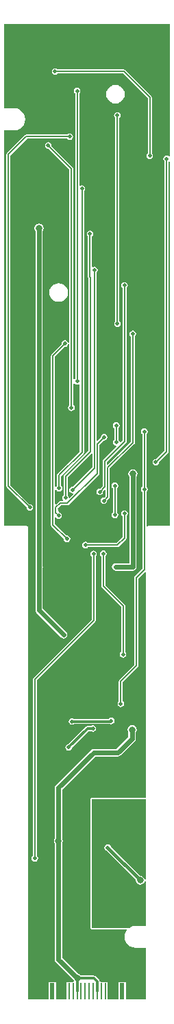
<source format=gbl>
%FSLAX25Y25*%
%MOIN*%
G70*
G01*
G75*
G04 Layer_Physical_Order=2*
G04 Layer_Color=16711680*
%ADD10C,0.05906*%
%ADD11R,0.02362X0.02756*%
%ADD12R,0.02756X0.02362*%
%ADD13R,0.03150X0.03937*%
%ADD14R,0.03937X0.03150*%
%ADD15R,0.02559X0.02165*%
%ADD16R,0.02165X0.02559*%
%ADD17R,0.03543X0.03150*%
%ADD18R,0.03543X0.03150*%
%ADD19R,0.01575X0.03937*%
%ADD20O,0.01181X0.07874*%
%ADD21R,0.01181X0.07874*%
%ADD22R,0.02362X0.07874*%
%ADD23R,0.01063X0.07874*%
%ADD24R,0.05118X0.05118*%
%ADD25R,0.00787X0.02362*%
%ADD26R,0.00787X0.03150*%
%ADD27R,0.02362X0.00787*%
%ADD28R,0.03150X0.00787*%
%ADD29R,0.05118X0.15748*%
%ADD30R,0.06299X0.07480*%
%ADD31R,0.02756X0.13386*%
%ADD32R,0.02756X0.06102*%
%ADD33R,0.07874X0.10000*%
%ADD34R,0.07480X0.06299*%
%ADD35R,0.13386X0.02756*%
%ADD36R,0.03150X0.02559*%
%ADD37R,0.03150X0.03543*%
%ADD38R,0.03150X0.03543*%
%ADD39C,0.01575*%
%ADD40C,0.01000*%
%ADD41C,0.02362*%
%ADD42C,0.00787*%
%ADD43C,0.01181*%
%ADD44C,0.01969*%
%ADD45C,0.03150*%
G36*
X69863Y-416834D02*
X69365Y-416883D01*
X69292Y-416515D01*
X68813Y-415799D01*
X68097Y-415320D01*
X67252Y-415152D01*
X67068Y-415189D01*
X52891Y-401012D01*
X52861Y-400862D01*
X52513Y-400341D01*
X51992Y-399993D01*
X51378Y-399871D01*
X50763Y-399993D01*
X50243Y-400341D01*
X49894Y-400862D01*
X49772Y-401476D01*
X49894Y-402091D01*
X50243Y-402612D01*
X50763Y-402960D01*
X50890Y-402985D01*
X65081Y-417176D01*
X65044Y-417360D01*
X65213Y-418205D01*
X65691Y-418921D01*
X66407Y-419400D01*
X67252Y-419568D01*
X68097Y-419400D01*
X68813Y-418921D01*
X69292Y-418205D01*
X69365Y-417837D01*
X69863Y-417886D01*
Y-439548D01*
X64961D01*
Y-439521D01*
X63573Y-439704D01*
X62280Y-440239D01*
X61874Y-440551D01*
X43504D01*
Y-377953D01*
X69863D01*
Y-416834D01*
D02*
G37*
G36*
X81674Y-64995D02*
X81214Y-65302D01*
X80693Y-64954D01*
X80079Y-64831D01*
X79464Y-64954D01*
X78943Y-65302D01*
X78595Y-65823D01*
X78473Y-66437D01*
X78595Y-67052D01*
X78943Y-67572D01*
X79075Y-67660D01*
Y-208403D01*
X74996Y-212483D01*
X74810Y-212446D01*
X74195Y-212568D01*
X73675Y-212916D01*
X73327Y-213437D01*
X73204Y-214052D01*
X73327Y-214666D01*
X73675Y-215187D01*
X74195Y-215535D01*
X74810Y-215657D01*
X75424Y-215535D01*
X75945Y-215187D01*
X76293Y-214666D01*
X76416Y-214052D01*
X76391Y-213926D01*
X80788Y-209528D01*
X81006Y-209203D01*
X81082Y-208819D01*
X81082Y-208819D01*
X81082Y-208819D01*
Y-208819D01*
Y-68015D01*
X81523Y-67779D01*
X81674Y-67879D01*
Y-245060D01*
X70866D01*
X70642Y-245104D01*
X70256Y-244787D01*
Y-228428D01*
X70387Y-228340D01*
X70735Y-227819D01*
X70858Y-227205D01*
X70735Y-226590D01*
X70387Y-226069D01*
X70256Y-225981D01*
Y-200397D01*
X70387Y-200309D01*
X70735Y-199788D01*
X70858Y-199173D01*
X70735Y-198559D01*
X70387Y-198038D01*
X69866Y-197690D01*
X69252Y-197568D01*
X68638Y-197690D01*
X68117Y-198038D01*
X67769Y-198559D01*
X67646Y-199173D01*
X67769Y-199788D01*
X68117Y-200309D01*
X68248Y-200397D01*
Y-225981D01*
X68117Y-226069D01*
X67769Y-226590D01*
X67646Y-227205D01*
X67769Y-227819D01*
X68117Y-228340D01*
X68248Y-228428D01*
Y-265765D01*
X64645Y-269369D01*
X64427Y-269695D01*
X64351Y-270079D01*
X64351Y-270079D01*
X64351D01*
X64351Y-270079D01*
X64351D01*
Y-312478D01*
X57066Y-319763D01*
X56849Y-320088D01*
X56772Y-320472D01*
X56772Y-320472D01*
X56772D01*
X56772Y-320472D01*
X56772D01*
Y-330273D01*
X56640Y-330361D01*
X56292Y-330882D01*
X56170Y-331496D01*
X56292Y-332111D01*
X56640Y-332631D01*
X57161Y-332979D01*
X57776Y-333102D01*
X58390Y-332979D01*
X58911Y-332631D01*
X59259Y-332111D01*
X59381Y-331496D01*
X59259Y-330882D01*
X58911Y-330361D01*
X58779Y-330273D01*
Y-320888D01*
X66064Y-313603D01*
X66281Y-313278D01*
X66358Y-312894D01*
X66358Y-312894D01*
X66358Y-312894D01*
Y-312894D01*
Y-270494D01*
X69401Y-267452D01*
X69863Y-267643D01*
Y-377313D01*
X43504D01*
X43052Y-377501D01*
X42865Y-377953D01*
Y-440551D01*
X43052Y-441003D01*
X43504Y-441190D01*
X60529D01*
X60750Y-441639D01*
X60318Y-442202D01*
X59782Y-443495D01*
X59600Y-444882D01*
X59782Y-446270D01*
X60318Y-447563D01*
X61170Y-448673D01*
X62280Y-449525D01*
X63573Y-450060D01*
X64961Y-450243D01*
Y-450216D01*
X69863D01*
Y-475375D01*
X60210D01*
Y-466812D01*
X56666D01*
Y-475375D01*
X51410D01*
Y-466812D01*
X48673D01*
X47556Y-466589D01*
X47464Y-466128D01*
X47203Y-465737D01*
X47203Y-465737D01*
X45496Y-464030D01*
X45105Y-463769D01*
X44644Y-463678D01*
X44644Y-463678D01*
X38360D01*
X38122Y-463321D01*
X37406Y-462842D01*
X36994Y-462760D01*
X29287Y-455053D01*
Y-399221D01*
X29480Y-398931D01*
X29648Y-398087D01*
X29480Y-397242D01*
X29287Y-396952D01*
Y-373110D01*
X45315Y-357082D01*
X56417D01*
X57109Y-356944D01*
X57695Y-356553D01*
X64565Y-349683D01*
X64956Y-349097D01*
X65094Y-348406D01*
Y-345289D01*
X65327Y-344939D01*
X65495Y-344094D01*
X65327Y-343250D01*
X64849Y-342533D01*
X64132Y-342055D01*
X63287Y-341887D01*
X62442Y-342055D01*
X61726Y-342533D01*
X61248Y-343250D01*
X61080Y-344094D01*
X61248Y-344939D01*
X61481Y-345289D01*
Y-347657D01*
X55669Y-353469D01*
X44567D01*
X43876Y-353607D01*
X43290Y-353998D01*
X26203Y-371085D01*
X25811Y-371671D01*
X25674Y-372362D01*
X25674Y-372362D01*
X25674D01*
X25674Y-372362D01*
X25674D01*
Y-396833D01*
X25401Y-397242D01*
X25233Y-398087D01*
X25401Y-398931D01*
X25674Y-399340D01*
Y-455801D01*
X25674Y-455801D01*
X25674D01*
X25811Y-456493D01*
X26203Y-457079D01*
X34439Y-465315D01*
X34521Y-465727D01*
X34952Y-466371D01*
X34716Y-466812D01*
X31450D01*
Y-475375D01*
X26194D01*
Y-466812D01*
X22650D01*
Y-475375D01*
X12815D01*
Y-246063D01*
X12738Y-245679D01*
X12521Y-245354D01*
X12195Y-245136D01*
X11811Y-245060D01*
X1003D01*
Y-52578D01*
X5906D01*
Y-52605D01*
X7293Y-52422D01*
X8586Y-51887D01*
X9696Y-51035D01*
X10548Y-49924D01*
X11084Y-48632D01*
X11266Y-47244D01*
X11084Y-45857D01*
X10548Y-44564D01*
X9696Y-43453D01*
X8586Y-42601D01*
X7293Y-42066D01*
X5906Y-41883D01*
Y-41910D01*
X1003D01*
Y-1003D01*
X81674D01*
Y-64995D01*
D02*
G37*
%LPC*%
G36*
X17992Y-98028D02*
X17147Y-98197D01*
X16431Y-98675D01*
X15952Y-99391D01*
X15784Y-100236D01*
X15952Y-101081D01*
X16186Y-101430D01*
Y-265015D01*
Y-286004D01*
X16186Y-286004D01*
X16186D01*
X16323Y-286695D01*
X16715Y-287281D01*
X28644Y-299210D01*
X29230Y-299602D01*
X29921Y-299739D01*
X30612Y-299602D01*
X31199Y-299210D01*
X31590Y-298624D01*
X31728Y-297933D01*
X31590Y-297242D01*
X31199Y-296656D01*
X19798Y-285256D01*
Y-265252D01*
X19838Y-265054D01*
X19798Y-264856D01*
Y-101430D01*
X20032Y-101081D01*
X20200Y-100236D01*
X20032Y-99391D01*
X19553Y-98675D01*
X18837Y-98197D01*
X17992Y-98028D01*
D02*
G37*
G36*
X63661Y-217452D02*
X62817Y-217620D01*
X62100Y-218098D01*
X61622Y-218814D01*
X61454Y-219659D01*
X61622Y-220504D01*
X61855Y-220853D01*
Y-263154D01*
X55197D01*
X54506Y-263292D01*
X53920Y-263683D01*
X53528Y-264269D01*
X53391Y-264961D01*
X53528Y-265652D01*
X53920Y-266238D01*
X54506Y-266630D01*
X55197Y-266767D01*
X63661D01*
X64353Y-266630D01*
X64939Y-266238D01*
X65330Y-265652D01*
X65468Y-264961D01*
Y-220853D01*
X65701Y-220504D01*
X65869Y-219659D01*
X65701Y-218814D01*
X65223Y-218098D01*
X64506Y-217620D01*
X63661Y-217452D01*
D02*
G37*
G36*
X59606Y-237410D02*
X58992Y-237532D01*
X58471Y-237880D01*
X58123Y-238401D01*
X58001Y-239016D01*
X58123Y-239630D01*
X58471Y-240151D01*
X58603Y-240239D01*
Y-250458D01*
X55734Y-253327D01*
X41775D01*
X41686Y-253195D01*
X41166Y-252847D01*
X40551Y-252725D01*
X39937Y-252847D01*
X39416Y-253195D01*
X39068Y-253716D01*
X38945Y-254331D01*
X39068Y-254945D01*
X39416Y-255466D01*
X39937Y-255814D01*
X40551Y-255936D01*
X41166Y-255814D01*
X41686Y-255466D01*
X41775Y-255334D01*
X56149D01*
X56533Y-255258D01*
X56859Y-255040D01*
X60316Y-251583D01*
X60461Y-251366D01*
X60533Y-251258D01*
X60610Y-250874D01*
Y-240239D01*
X60742Y-240151D01*
X61090Y-239630D01*
X61212Y-239016D01*
X61090Y-238401D01*
X60742Y-237880D01*
X60221Y-237532D01*
X59606Y-237410D01*
D02*
G37*
G36*
X49213Y-256938D02*
X48598Y-257060D01*
X48077Y-257408D01*
X47729Y-257929D01*
X47607Y-258543D01*
X47729Y-259158D01*
X48077Y-259679D01*
X48209Y-259767D01*
Y-274213D01*
X48209Y-274213D01*
X48209D01*
X48285Y-274597D01*
X48503Y-274922D01*
X57953Y-284372D01*
Y-306191D01*
X57723Y-306345D01*
X57375Y-306866D01*
X57253Y-307480D01*
X57375Y-308095D01*
X57723Y-308616D01*
X58244Y-308964D01*
X58858Y-309086D01*
X59473Y-308964D01*
X59994Y-308616D01*
X60342Y-308095D01*
X60464Y-307480D01*
X60342Y-306866D01*
X59994Y-306345D01*
X59960Y-306323D01*
Y-283963D01*
X59961Y-283958D01*
X59885Y-283574D01*
X59667Y-283248D01*
X59667Y-283248D01*
X50216Y-273797D01*
Y-259767D01*
X50348Y-259679D01*
X50696Y-259158D01*
X50818Y-258543D01*
X50696Y-257929D01*
X50348Y-257408D01*
X49827Y-257060D01*
X49213Y-256938D01*
D02*
G37*
G36*
X44488Y-256957D02*
X43874Y-257080D01*
X43353Y-257428D01*
X43005Y-257948D01*
X42882Y-258563D01*
X43005Y-259177D01*
X43353Y-259698D01*
X43485Y-259787D01*
Y-290529D01*
X15250Y-318763D01*
X15033Y-319089D01*
X14956Y-319473D01*
Y-405459D01*
X14825Y-405547D01*
X14477Y-406068D01*
X14354Y-406682D01*
X14477Y-407297D01*
X14825Y-407818D01*
X15346Y-408166D01*
X15960Y-408288D01*
X16575Y-408166D01*
X17095Y-407818D01*
X17443Y-407297D01*
X17566Y-406682D01*
X17443Y-406068D01*
X17095Y-405547D01*
X16963Y-405459D01*
Y-319889D01*
X45198Y-291654D01*
X45343Y-291437D01*
X45415Y-291329D01*
X45492Y-290945D01*
Y-259787D01*
X45624Y-259698D01*
X45972Y-259177D01*
X46094Y-258563D01*
X45972Y-257948D01*
X45624Y-257428D01*
X45103Y-257080D01*
X44488Y-256957D01*
D02*
G37*
G36*
X44201Y-341934D02*
X43586Y-342057D01*
X43169Y-342336D01*
X41499D01*
X41039Y-342427D01*
X40882Y-342532D01*
X40648Y-342688D01*
X40648Y-342688D01*
X32220Y-351116D01*
X31727Y-351214D01*
X31206Y-351562D01*
X30858Y-352083D01*
X30736Y-352698D01*
X30858Y-353312D01*
X31206Y-353833D01*
X31727Y-354181D01*
X32342Y-354303D01*
X32956Y-354181D01*
X33477Y-353833D01*
X33825Y-353312D01*
X33923Y-352819D01*
X41998Y-344744D01*
X43169D01*
X43586Y-345023D01*
X44201Y-345146D01*
X44815Y-345023D01*
X45336Y-344675D01*
X45684Y-344155D01*
X45807Y-343540D01*
X45684Y-342926D01*
X45336Y-342405D01*
X44815Y-342057D01*
X44201Y-341934D01*
D02*
G37*
G36*
X53059Y-338194D02*
X52445Y-338316D01*
X51924Y-338665D01*
X51771Y-338894D01*
X35042D01*
X34624Y-338614D01*
X34010Y-338492D01*
X33395Y-338614D01*
X32875Y-338962D01*
X32527Y-339483D01*
X32404Y-340098D01*
X32527Y-340712D01*
X32875Y-341233D01*
X33395Y-341581D01*
X34010Y-341704D01*
X34624Y-341581D01*
X35042Y-341302D01*
X52539D01*
X53059Y-341406D01*
X53674Y-341283D01*
X54194Y-340935D01*
X54543Y-340414D01*
X54665Y-339800D01*
X54543Y-339185D01*
X54194Y-338665D01*
X53674Y-338316D01*
X53059Y-338194D01*
D02*
G37*
G36*
X54921Y-223867D02*
X54307Y-223989D01*
X53786Y-224337D01*
X53438Y-224858D01*
X53316Y-225472D01*
X53438Y-226087D01*
X53786Y-226608D01*
X53918Y-226696D01*
Y-238383D01*
X53786Y-238471D01*
X53438Y-238992D01*
X53316Y-239606D01*
X53438Y-240221D01*
X53786Y-240742D01*
X54307Y-241090D01*
X54921Y-241212D01*
X55536Y-241090D01*
X56057Y-240742D01*
X56405Y-240221D01*
X56527Y-239606D01*
X56405Y-238992D01*
X56057Y-238471D01*
X55925Y-238383D01*
Y-226696D01*
X56057Y-226608D01*
X56405Y-226087D01*
X56527Y-225472D01*
X56405Y-224858D01*
X56057Y-224337D01*
X55536Y-223989D01*
X54921Y-223867D01*
D02*
G37*
G36*
X27559Y-126929D02*
X26377Y-127085D01*
X25276Y-127541D01*
X24330Y-128267D01*
X23604Y-129213D01*
X23148Y-130314D01*
X22992Y-131496D01*
X23148Y-132678D01*
X23604Y-133779D01*
X24330Y-134725D01*
X25276Y-135451D01*
X26377Y-135907D01*
X27559Y-136063D01*
X28741Y-135907D01*
X29842Y-135451D01*
X30788Y-134725D01*
X31514Y-133779D01*
X31970Y-132678D01*
X32126Y-131496D01*
X31970Y-130314D01*
X31514Y-129213D01*
X30788Y-128267D01*
X29842Y-127541D01*
X28741Y-127085D01*
X27559Y-126929D01*
D02*
G37*
G36*
X25789Y-22421D02*
X25175Y-22544D01*
X24654Y-22892D01*
X24306Y-23413D01*
X24184Y-24027D01*
X24306Y-24642D01*
X24654Y-25163D01*
X25175Y-25510D01*
X25789Y-25633D01*
X26404Y-25510D01*
X26925Y-25163D01*
X27013Y-25031D01*
X58848D01*
X70847Y-37030D01*
Y-63836D01*
X70715Y-63924D01*
X70367Y-64445D01*
X70245Y-65059D01*
X70367Y-65674D01*
X70715Y-66194D01*
X71236Y-66543D01*
X71850Y-66665D01*
X72465Y-66543D01*
X72986Y-66194D01*
X73334Y-65674D01*
X73456Y-65059D01*
X73334Y-64445D01*
X72986Y-63924D01*
X72854Y-63836D01*
Y-36614D01*
X72777Y-36230D01*
X72705Y-36122D01*
X72560Y-35905D01*
X59973Y-23317D01*
X59647Y-23100D01*
X59263Y-23024D01*
X27013D01*
X26925Y-22892D01*
X26404Y-22544D01*
X25789Y-22421D01*
D02*
G37*
G36*
X32913Y-54103D02*
X32299Y-54225D01*
X31778Y-54573D01*
X31690Y-54705D01*
X11772D01*
X11388Y-54782D01*
X11280Y-54854D01*
X11062Y-54999D01*
X2401Y-63661D01*
X2183Y-63986D01*
X2107Y-64370D01*
Y-225630D01*
X2107Y-225630D01*
X2107D01*
X2183Y-226014D01*
X2401Y-226340D01*
X11929Y-235868D01*
X11898Y-236024D01*
X12021Y-236638D01*
X12369Y-237159D01*
X12890Y-237507D01*
X13504Y-237629D01*
X14119Y-237507D01*
X14639Y-237159D01*
X14988Y-236638D01*
X15110Y-236024D01*
X14988Y-235409D01*
X14639Y-234888D01*
X14119Y-234540D01*
X13504Y-234418D01*
X13349Y-234449D01*
X4114Y-225214D01*
Y-64786D01*
X12187Y-56712D01*
X31690D01*
X31778Y-56844D01*
X32299Y-57192D01*
X32913Y-57314D01*
X33528Y-57192D01*
X34049Y-56844D01*
X34397Y-56323D01*
X34519Y-55709D01*
X34397Y-55094D01*
X34049Y-54573D01*
X33528Y-54225D01*
X32913Y-54103D01*
D02*
G37*
G36*
X56063Y-43768D02*
X55449Y-43891D01*
X54928Y-44239D01*
X54580Y-44760D01*
X54457Y-45374D01*
X54580Y-45989D01*
X54928Y-46509D01*
X55059Y-46597D01*
Y-123110D01*
X55097Y-123296D01*
Y-145476D01*
X54965Y-145565D01*
X54617Y-146086D01*
X54494Y-146700D01*
X54617Y-147315D01*
X54965Y-147835D01*
X55485Y-148183D01*
X56100Y-148306D01*
X56714Y-148183D01*
X57235Y-147835D01*
X57583Y-147315D01*
X57706Y-146700D01*
X57583Y-146086D01*
X57235Y-145565D01*
X57104Y-145476D01*
Y-123147D01*
X57067Y-122961D01*
Y-46597D01*
X57198Y-46509D01*
X57546Y-45989D01*
X57669Y-45374D01*
X57546Y-44760D01*
X57198Y-44239D01*
X56677Y-43891D01*
X56063Y-43768D01*
D02*
G37*
G36*
X55118Y-30473D02*
X53936Y-30628D01*
X52835Y-31085D01*
X51889Y-31810D01*
X51163Y-32756D01*
X50707Y-33858D01*
X50551Y-35039D01*
X50707Y-36221D01*
X51163Y-37323D01*
X51889Y-38269D01*
X52835Y-38994D01*
X53936Y-39450D01*
X55118Y-39606D01*
X56300Y-39450D01*
X57402Y-38994D01*
X58347Y-38269D01*
X59073Y-37323D01*
X59529Y-36221D01*
X59685Y-35039D01*
X59529Y-33858D01*
X59073Y-32756D01*
X58347Y-31810D01*
X57402Y-31085D01*
X56300Y-30628D01*
X55118Y-30473D01*
D02*
G37*
G36*
X59595Y-126415D02*
X58981Y-126537D01*
X58460Y-126885D01*
X58112Y-127406D01*
X57990Y-128021D01*
X58112Y-128635D01*
X58460Y-129156D01*
X58592Y-129244D01*
Y-203403D01*
X57649Y-204346D01*
X57170Y-204201D01*
X57074Y-203716D01*
X56726Y-203195D01*
X56594Y-203107D01*
Y-197405D01*
X56726Y-197317D01*
X57074Y-196796D01*
X57196Y-196181D01*
X57074Y-195567D01*
X56726Y-195046D01*
X56205Y-194698D01*
X55590Y-194576D01*
X54976Y-194698D01*
X54455Y-195046D01*
X54107Y-195567D01*
X53985Y-196181D01*
X54107Y-196796D01*
X54455Y-197317D01*
X54587Y-197405D01*
Y-203107D01*
X54455Y-203195D01*
X54107Y-203716D01*
X53985Y-204331D01*
X54107Y-204945D01*
X54455Y-205466D01*
X54976Y-205814D01*
X55461Y-205911D01*
X55606Y-206389D01*
X49290Y-212705D01*
X49073Y-213030D01*
X48996Y-213414D01*
Y-225569D01*
X47675Y-226890D01*
X47520Y-226859D01*
X46905Y-226981D01*
X46384Y-227329D01*
X46036Y-227850D01*
X45914Y-228465D01*
X46036Y-229079D01*
X46384Y-229600D01*
X46905Y-229948D01*
X47520Y-230070D01*
X48134Y-229948D01*
X48655Y-229600D01*
X49003Y-229079D01*
X49125Y-228465D01*
X49094Y-228309D01*
X49913Y-227491D01*
X50374Y-227682D01*
Y-230446D01*
X49642Y-231179D01*
X49486Y-231148D01*
X48872Y-231270D01*
X48351Y-231618D01*
X48003Y-232139D01*
X47881Y-232754D01*
X48003Y-233368D01*
X48351Y-233889D01*
X48872Y-234237D01*
X49486Y-234360D01*
X50101Y-234237D01*
X50621Y-233889D01*
X50970Y-233368D01*
X51092Y-232754D01*
X51061Y-232598D01*
X52087Y-231572D01*
X52233Y-231354D01*
X52305Y-231246D01*
X52381Y-230862D01*
Y-217069D01*
X64332Y-205119D01*
X64549Y-204794D01*
X64562Y-204730D01*
X64626Y-204409D01*
Y-152838D01*
X64757Y-152750D01*
X65105Y-152229D01*
X65228Y-151614D01*
X65105Y-151000D01*
X64757Y-150479D01*
X64236Y-150131D01*
X63622Y-150008D01*
X63008Y-150131D01*
X62487Y-150479D01*
X62139Y-151000D01*
X62016Y-151614D01*
X62139Y-152229D01*
X62487Y-152750D01*
X62618Y-152838D01*
Y-203994D01*
X51465Y-215147D01*
X51003Y-214955D01*
Y-213830D01*
X60305Y-204528D01*
X60523Y-204203D01*
X60599Y-203819D01*
X60599Y-203819D01*
X60599Y-203819D01*
Y-203819D01*
Y-129244D01*
X60731Y-129156D01*
X61079Y-128635D01*
X61201Y-128021D01*
X61079Y-127406D01*
X60731Y-126885D01*
X60210Y-126537D01*
X59595Y-126415D01*
D02*
G37*
G36*
X36496Y-31898D02*
X35882Y-32021D01*
X35361Y-32369D01*
X35013Y-32890D01*
X34890Y-33504D01*
X35013Y-34118D01*
X35361Y-34639D01*
X35493Y-34727D01*
Y-173419D01*
X35091Y-173717D01*
X34744Y-173612D01*
Y-71260D01*
X34680Y-70939D01*
X34667Y-70876D01*
X34450Y-70550D01*
X24055Y-60155D01*
X24086Y-60000D01*
X23964Y-59386D01*
X23616Y-58865D01*
X23095Y-58517D01*
X22480Y-58394D01*
X21866Y-58517D01*
X21345Y-58865D01*
X20997Y-59386D01*
X20875Y-60000D01*
X20997Y-60615D01*
X21345Y-61135D01*
X21866Y-61483D01*
X22480Y-61606D01*
X22636Y-61575D01*
X32737Y-71675D01*
Y-186296D01*
X32605Y-186384D01*
X32257Y-186905D01*
X32135Y-187520D01*
X32257Y-188134D01*
X32605Y-188655D01*
X33126Y-189003D01*
X33740Y-189125D01*
X34355Y-189003D01*
X34876Y-188655D01*
X35224Y-188134D01*
X35346Y-187520D01*
X35224Y-186905D01*
X34876Y-186384D01*
X34744Y-186296D01*
Y-175758D01*
X35222Y-175613D01*
X35361Y-175820D01*
X35882Y-176169D01*
X36496Y-176291D01*
X37110Y-176169D01*
X37374Y-175992D01*
X37815Y-176228D01*
Y-208836D01*
X27007Y-219645D01*
X26789Y-219970D01*
X26713Y-220354D01*
Y-225469D01*
X26581Y-225557D01*
X26246Y-226060D01*
X25767Y-225914D01*
Y-162552D01*
X30444Y-157875D01*
X30600Y-157906D01*
X31214Y-157783D01*
X31735Y-157435D01*
X32083Y-156914D01*
X32206Y-156300D01*
X32083Y-155685D01*
X31735Y-155165D01*
X31214Y-154817D01*
X30600Y-154694D01*
X29985Y-154817D01*
X29465Y-155165D01*
X29117Y-155685D01*
X28994Y-156300D01*
X29025Y-156456D01*
X24054Y-161427D01*
X23837Y-161752D01*
X23760Y-162136D01*
Y-244488D01*
X23760Y-244488D01*
X23760D01*
X23837Y-244872D01*
X24054Y-245198D01*
X30000Y-251144D01*
X29969Y-251299D01*
X30091Y-251914D01*
X30439Y-252435D01*
X30960Y-252783D01*
X31575Y-252905D01*
X32189Y-252783D01*
X32710Y-252435D01*
X33058Y-251914D01*
X33180Y-251299D01*
X33058Y-250685D01*
X32710Y-250164D01*
X32189Y-249816D01*
X31575Y-249694D01*
X31419Y-249725D01*
X25767Y-244073D01*
Y-241034D01*
X26246Y-240889D01*
X26384Y-241096D01*
X26905Y-241444D01*
X27520Y-241566D01*
X28134Y-241444D01*
X28655Y-241096D01*
X29003Y-240575D01*
X29125Y-239961D01*
X29003Y-239346D01*
X28655Y-238825D01*
X28134Y-238477D01*
X27520Y-238355D01*
X27145Y-236472D01*
Y-236439D01*
X28644Y-234941D01*
X31811D01*
X32195Y-234864D01*
X32521Y-234647D01*
X47048Y-220119D01*
X47266Y-219794D01*
X47278Y-219730D01*
X47342Y-219409D01*
Y-205534D01*
X49490Y-203386D01*
X49646Y-203417D01*
X50260Y-203294D01*
X50781Y-202946D01*
X51129Y-202426D01*
X51251Y-201811D01*
X51129Y-201197D01*
X50781Y-200676D01*
X50260Y-200328D01*
X49646Y-200205D01*
X49031Y-200328D01*
X48510Y-200676D01*
X48162Y-201197D01*
X48040Y-201811D01*
X48071Y-201967D01*
X46426Y-203611D01*
X45964Y-203420D01*
Y-121853D01*
X46096Y-121765D01*
X46444Y-121244D01*
X46566Y-120630D01*
X46444Y-120016D01*
X46096Y-119495D01*
X45575Y-119147D01*
X44961Y-119024D01*
X44346Y-119147D01*
X44240Y-119218D01*
X43799Y-118982D01*
Y-104216D01*
X43931Y-104128D01*
X44279Y-103607D01*
X44401Y-102992D01*
X44279Y-102378D01*
X43931Y-101857D01*
X43410Y-101509D01*
X42795Y-101386D01*
X42181Y-101509D01*
X41660Y-101857D01*
X41312Y-102378D01*
X41190Y-102992D01*
X41312Y-103607D01*
X41660Y-104128D01*
X41792Y-104216D01*
Y-123791D01*
X41792Y-123791D01*
X41792D01*
X41868Y-124175D01*
X41870Y-124179D01*
Y-208403D01*
X30117Y-220157D01*
X29900Y-220482D01*
X29823Y-220866D01*
Y-230154D01*
X29691Y-230243D01*
X29343Y-230764D01*
X29221Y-231378D01*
X29343Y-231992D01*
X29678Y-232492D01*
X29566Y-232700D01*
X29411Y-232933D01*
X28228D01*
X27908Y-232997D01*
X27844Y-233010D01*
X27519Y-233227D01*
X26229Y-234517D01*
X25767Y-234326D01*
Y-227471D01*
X26246Y-227326D01*
X26581Y-227828D01*
X27102Y-228176D01*
X27716Y-228299D01*
X28331Y-228176D01*
X28852Y-227828D01*
X29200Y-227307D01*
X29322Y-226693D01*
X29200Y-226079D01*
X28852Y-225557D01*
X28720Y-225469D01*
Y-220770D01*
X39529Y-209962D01*
X39746Y-209636D01*
X39822Y-209252D01*
Y-82208D01*
X39954Y-82120D01*
X40302Y-81599D01*
X40424Y-80984D01*
X40302Y-80370D01*
X39954Y-79849D01*
X39433Y-79501D01*
X38819Y-79379D01*
X38204Y-79501D01*
X37941Y-79677D01*
X37500Y-79441D01*
Y-34727D01*
X37631Y-34639D01*
X37980Y-34118D01*
X38102Y-33504D01*
X37980Y-32890D01*
X37631Y-32369D01*
X37110Y-32021D01*
X36496Y-31898D01*
D02*
G37*
%LPD*%
G36*
X43957Y-209808D02*
Y-216361D01*
X34351Y-225967D01*
X34195Y-225936D01*
X33581Y-226058D01*
X33060Y-226406D01*
X32712Y-226927D01*
X32590Y-227542D01*
X32712Y-228156D01*
X33060Y-228677D01*
X33581Y-229025D01*
X34195Y-229147D01*
X34582Y-229070D01*
X34817Y-229511D01*
X32893Y-231435D01*
X32415Y-231290D01*
X32310Y-230764D01*
X31962Y-230243D01*
X31830Y-230154D01*
Y-221282D01*
X43495Y-209617D01*
X43957Y-209808D01*
D02*
G37*
D22*
X58438Y-471340D02*
D03*
X24422D02*
D03*
D23*
X42414D02*
D03*
X44383D02*
D03*
X46351D02*
D03*
X48320D02*
D03*
X50288D02*
D03*
X52257D02*
D03*
X40446D02*
D03*
X38477D02*
D03*
X36509D02*
D03*
X34540D02*
D03*
X32572D02*
D03*
X30603D02*
D03*
D39*
X51378Y-401486D02*
Y-401476D01*
Y-401486D02*
X67252Y-417360D01*
D41*
X27480Y-455801D02*
X36561Y-464882D01*
X55197Y-264961D02*
X63661D01*
Y-219659D01*
X27480Y-372362D02*
X44567Y-355276D01*
X56417D01*
X17992Y-286004D02*
Y-265015D01*
X18032Y-265054D01*
X17992Y-265015D02*
Y-100236D01*
Y-286004D02*
X29921Y-297933D01*
X56417Y-355276D02*
X63287Y-348406D01*
Y-344094D01*
X27480Y-455801D02*
Y-372362D01*
D42*
X55590Y-204331D02*
Y-196181D01*
X46339Y-219409D02*
Y-205118D01*
X31811Y-233937D02*
X46339Y-219409D01*
X28228Y-233937D02*
X31811D01*
X26142Y-236024D02*
X28228Y-233937D01*
X26142Y-238583D02*
Y-236024D01*
Y-238583D02*
X27520Y-239961D01*
X46339Y-205118D02*
X49646Y-201811D01*
X56063Y-123110D02*
Y-45374D01*
X24764Y-244488D02*
X31575Y-251299D01*
X22480Y-60000D02*
X33740Y-71260D01*
Y-187520D02*
Y-71260D01*
X36496Y-174685D02*
Y-33504D01*
X11772Y-55709D02*
X32913D01*
X3110Y-64370D02*
X11772Y-55709D01*
X3110Y-225630D02*
Y-64370D01*
Y-225630D02*
X13504Y-236024D01*
X38819Y-209252D02*
Y-80984D01*
X27716Y-220354D02*
X38819Y-209252D01*
X27716Y-226693D02*
Y-220354D01*
X30827Y-231378D02*
Y-220866D01*
X42795Y-123791D02*
Y-102992D01*
X42874Y-208819D02*
Y-123870D01*
X30827Y-220866D02*
X42874Y-208819D01*
X42795Y-123791D02*
X42874Y-123870D01*
X74810Y-214052D02*
X74846D01*
X80079Y-208819D01*
Y-66437D01*
X44961Y-216776D02*
Y-120630D01*
X34195Y-227542D02*
X44961Y-216776D01*
X69252Y-227205D02*
Y-199173D01*
X59606Y-250874D02*
Y-239016D01*
X54921Y-239606D02*
Y-225472D01*
X59595Y-203819D02*
Y-128021D01*
X50000Y-213414D02*
X59595Y-203819D01*
X50000Y-225984D02*
Y-213414D01*
X47520Y-228465D02*
X50000Y-225984D01*
X63622Y-204409D02*
Y-151614D01*
X51378Y-216653D02*
X63622Y-204409D01*
X51378Y-230862D02*
Y-216653D01*
X49486Y-232754D02*
X51378Y-230862D01*
X49213Y-274213D02*
X58958Y-283958D01*
X49213Y-274213D02*
Y-258543D01*
X24764Y-244488D02*
Y-162136D01*
X30600Y-156300D01*
X56100Y-146700D02*
Y-123147D01*
X71850Y-65059D02*
Y-36614D01*
X25789Y-24027D02*
X59263D01*
X71850Y-36614D01*
X15960Y-406682D02*
Y-319473D01*
X44488Y-290945D01*
Y-258563D01*
X56149Y-254331D02*
X59606Y-250874D01*
X40551Y-254331D02*
X56149D01*
X58957Y-283959D02*
X58958Y-283958D01*
X58957Y-307480D02*
Y-283959D01*
X57776Y-331496D02*
Y-320472D01*
X69252Y-266181D02*
Y-227205D01*
X57776Y-320472D02*
X65354Y-312894D01*
Y-270079D01*
X69252Y-266181D01*
D43*
X46351Y-471340D02*
Y-466589D01*
X44644Y-464882D02*
X46351Y-466589D01*
X36561Y-464882D02*
X44644D01*
X36509Y-471340D02*
Y-464934D01*
X34010Y-340098D02*
X52761D01*
X53059Y-339800D01*
X32342Y-352698D02*
X41499Y-343540D01*
X44201D01*
D44*
X51378Y-401476D02*
D03*
X23110Y-257638D02*
D03*
X33150Y-247835D02*
D03*
X32953Y-259409D02*
D03*
X36772Y-253465D02*
D03*
X46384Y-250506D02*
D03*
X55590Y-196181D02*
D03*
Y-204331D02*
D03*
X27520Y-239961D02*
D03*
X49646Y-201811D02*
D03*
X56575Y-247362D02*
D03*
X34488Y-221890D02*
D03*
X56063Y-45374D02*
D03*
X30600Y-156300D02*
D03*
X31575Y-251299D02*
D03*
X22480Y-60000D02*
D03*
X33740Y-187520D02*
D03*
X36496Y-33504D02*
D03*
Y-174685D02*
D03*
X32913Y-55709D02*
D03*
X13504Y-236024D02*
D03*
X38819Y-80984D02*
D03*
X27716Y-226693D02*
D03*
X42795Y-102992D02*
D03*
X74810Y-214052D02*
D03*
X44961Y-120630D02*
D03*
X34195Y-227542D02*
D03*
X30827Y-231378D02*
D03*
X69252Y-199173D02*
D03*
Y-227205D02*
D03*
X59606Y-239016D02*
D03*
X40551Y-254331D02*
D03*
X49213Y-258543D02*
D03*
X54921Y-225472D02*
D03*
X59595Y-128021D02*
D03*
X47520Y-228465D02*
D03*
X63622Y-151614D02*
D03*
X49486Y-232754D02*
D03*
X59488Y-233740D02*
D03*
X54921Y-239606D02*
D03*
X41693Y-237717D02*
D03*
Y-240394D02*
D03*
X39134Y-237717D02*
D03*
Y-240394D02*
D03*
X30394Y-35512D02*
D03*
X30709Y-163425D02*
D03*
X31811Y-396339D02*
D03*
X36535Y-378283D02*
D03*
X56201Y-301476D02*
D03*
X66850Y-461299D02*
D03*
X58701Y-457126D02*
D03*
X66850D02*
D03*
X62638Y-457087D02*
D03*
X67874Y-309842D02*
D03*
X55216Y-322835D02*
D03*
X31850Y-274252D02*
D03*
X42224Y-286910D02*
D03*
X55905Y-258504D02*
D03*
X40905Y-124764D02*
D03*
X75945Y-157874D02*
D03*
X42992Y-214055D02*
D03*
X62520Y-214134D02*
D03*
X74016Y-240709D02*
D03*
X8071Y-161457D02*
D03*
X5800Y-125100D02*
D03*
X54016Y-104646D02*
D03*
X60630Y-81791D02*
D03*
X53189Y-60984D02*
D03*
X46024Y-35984D02*
D03*
X65650Y-59842D02*
D03*
X19700Y-77000D02*
D03*
X3268Y-25197D02*
D03*
X2441Y-15827D02*
D03*
X57205Y-172283D02*
D03*
X55197Y-264961D02*
D03*
X37402Y-356004D02*
D03*
X31988Y-329823D02*
D03*
X58701Y-461299D02*
D03*
X62800D02*
D03*
X52700Y-132700D02*
D03*
X56100Y-146700D02*
D03*
X80079Y-66437D02*
D03*
X71850Y-65059D02*
D03*
X25789Y-24027D02*
D03*
X15960Y-406682D02*
D03*
X44488Y-258563D02*
D03*
X29921Y-297933D02*
D03*
X58858Y-307480D02*
D03*
X63661Y-264961D02*
D03*
X57776Y-331496D02*
D03*
X34010Y-340098D02*
D03*
X53059Y-339800D02*
D03*
X32342Y-352698D02*
D03*
X44201Y-343540D02*
D03*
D45*
X67252Y-417360D02*
D03*
X51968Y-433268D02*
D03*
X56100Y-429900D02*
D03*
X48000Y-430100D02*
D03*
X47800Y-404900D02*
D03*
X51300Y-462800D02*
D03*
X56496Y-360039D02*
D03*
X61378D02*
D03*
X36561Y-464882D02*
D03*
X27441Y-398087D02*
D03*
X63287Y-344094D02*
D03*
X17992Y-100236D02*
D03*
X63661Y-219659D02*
D03*
X19882Y-358760D02*
D03*
X19999Y-338657D02*
D03*
X27401Y-338579D02*
D03*
X53839Y-329823D02*
D03*
X49213Y-329921D02*
D03*
X44173D02*
D03*
X26800Y-462800D02*
D03*
X56700Y-397000D02*
D03*
X63500D02*
D03*
M02*

</source>
